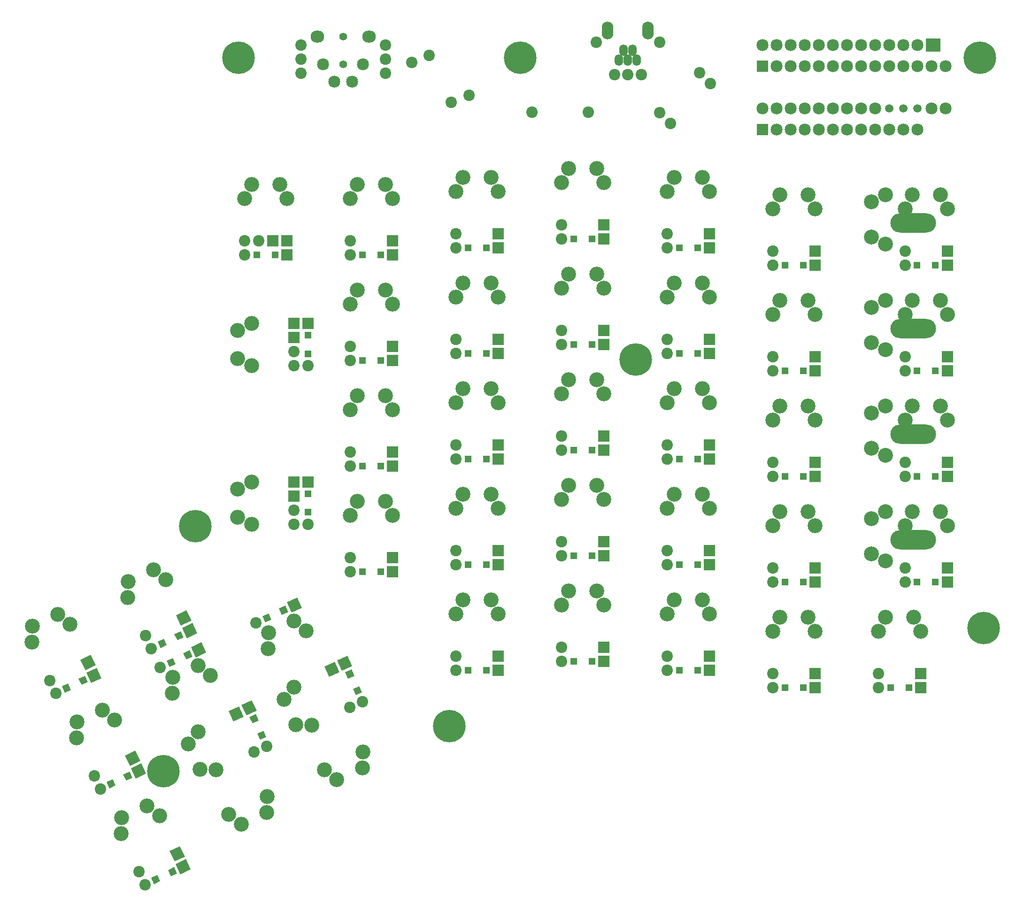
<source format=gbs>
G04 #@! TF.FileFunction,Soldermask,Bot*
%FSLAX46Y46*%
G04 Gerber Fmt 4.6, Leading zero omitted, Abs format (unit mm)*
G04 Created by KiCad (PCBNEW 4.0.1-stable) date 6/15/2016 4:31:56 PM*
%MOMM*%
G01*
G04 APERTURE LIST*
%ADD10C,0.150000*%
%ADD11O,1.549400X2.057400*%
%ADD12O,2.108200X3.200400*%
%ADD13C,2.057400*%
%ADD14C,2.159000*%
%ADD15R,2.159000X2.159000*%
%ADD16C,1.498600*%
%ADD17R,2.057400X2.057400*%
%ADD18C,2.692400*%
%ADD19R,1.422400X2.438400*%
%ADD20O,2.463800X2.159000*%
%ADD21C,1.397000*%
%ADD22R,1.244600X1.244600*%
%ADD23C,2.689860*%
%ADD24C,2.687320*%
%ADD25O,8.242300X3.479800*%
%ADD26C,5.867400*%
G04 APERTURE END LIST*
D10*
D11*
X139242800Y-37553900D03*
X138442700Y-35806380D03*
X137642600Y-37553900D03*
X136842500Y-35806380D03*
X136042400Y-37553900D03*
D12*
X133995160Y-32230060D03*
X141290040Y-32230060D03*
D13*
X140055600Y-40259000D03*
X143357600Y-34417000D03*
X137642600Y-40259000D03*
X131927600Y-34417000D03*
X135229600Y-40259000D03*
D14*
X164450000Y-38710000D03*
X166990000Y-38710000D03*
X169530000Y-38710000D03*
X172070000Y-38710000D03*
X174610000Y-38710000D03*
X177150000Y-38710000D03*
X179690000Y-38710000D03*
X182230000Y-38710000D03*
X184770000Y-38710000D03*
X187310000Y-38710000D03*
X189850000Y-38710000D03*
X192390000Y-38710000D03*
X194930000Y-38710000D03*
D15*
X161910000Y-38710000D03*
D14*
X194930000Y-46330000D03*
X192390000Y-46330000D03*
D16*
X189850000Y-46330000D03*
X187310000Y-46330000D03*
X184770000Y-46330000D03*
D14*
X182230000Y-46330000D03*
X179690000Y-46330000D03*
X177150000Y-46330000D03*
X174610000Y-46330000D03*
X172070000Y-46330000D03*
X169530000Y-46330000D03*
X166990000Y-46330000D03*
X164450000Y-46330000D03*
X161910000Y-46330000D03*
D13*
X53341367Y-147187736D03*
D10*
G36*
X54985576Y-147107661D02*
X54459585Y-145979670D01*
X55587576Y-145453679D01*
X56113567Y-146581670D01*
X54985576Y-147107661D01*
X54985576Y-147107661D01*
G37*
G36*
X59749862Y-145334450D02*
X58880367Y-143469813D01*
X60745004Y-142600318D01*
X61614499Y-144464955D01*
X59749862Y-145334450D01*
X59749862Y-145334450D01*
G37*
G36*
X58001224Y-145701441D02*
X57475233Y-144573450D01*
X58603224Y-144047459D01*
X59129215Y-145175450D01*
X58001224Y-145701441D01*
X58001224Y-145701441D01*
G37*
D13*
X70605747Y-139135936D03*
D10*
G36*
X72249956Y-139055861D02*
X71723965Y-137927870D01*
X72851956Y-137401879D01*
X73377947Y-138529870D01*
X72249956Y-139055861D01*
X72249956Y-139055861D01*
G37*
G36*
X77014242Y-137282650D02*
X76144747Y-135418013D01*
X78009384Y-134548518D01*
X78878879Y-136413155D01*
X77014242Y-137282650D01*
X77014242Y-137282650D01*
G37*
G36*
X75265604Y-137649641D02*
X74739613Y-136521650D01*
X75867604Y-135995659D01*
X76393595Y-137123650D01*
X75265604Y-137649641D01*
X75265604Y-137649641D01*
G37*
D13*
X77470000Y-118755160D03*
D17*
X77470000Y-116215160D03*
D13*
X77470000Y-90180160D03*
D17*
X77470000Y-87640160D03*
D13*
X71120000Y-70180200D03*
D17*
X73660000Y-70180200D03*
D18*
X77434621Y-138754526D03*
X72753017Y-143740174D03*
X79659082Y-140519823D03*
X72830577Y-140901427D03*
X60170241Y-146806326D03*
X55488637Y-151791974D03*
X62394702Y-148571623D03*
X55566197Y-148953227D03*
X85176179Y-167376434D03*
X89857783Y-162390786D03*
X82951718Y-165611137D03*
X89780223Y-165229533D03*
X67909259Y-175425694D03*
X72590863Y-170440046D03*
X65684798Y-173660397D03*
X72513303Y-173278793D03*
D13*
X152499602Y-41810398D03*
X145315398Y-48994602D03*
X150594602Y-39905398D03*
X143410398Y-47089602D03*
X130492500Y-46990000D03*
X120332500Y-46990000D03*
X101817898Y-36730398D03*
X109002102Y-43914602D03*
X98642898Y-38000398D03*
X105827102Y-45184602D03*
X78740000Y-40005000D03*
X78740000Y-37465000D03*
X78740000Y-34925000D03*
X93980000Y-40005000D03*
X93980000Y-37465000D03*
X93980000Y-34925000D03*
D15*
X161925000Y-50165000D03*
D14*
X164465000Y-50165000D03*
X167005000Y-50165000D03*
X169545000Y-50165000D03*
X172085000Y-50165000D03*
X174625000Y-50165000D03*
X177165000Y-50165000D03*
X179705000Y-50165000D03*
X182245000Y-50165000D03*
X184785000Y-50165000D03*
X187325000Y-50165000D03*
X189865000Y-50165000D03*
X189865000Y-34925000D03*
X187325000Y-34925000D03*
X184785000Y-34925000D03*
X182245000Y-34925000D03*
X179705000Y-34925000D03*
X177165000Y-34925000D03*
X174625000Y-34925000D03*
X167005000Y-34925000D03*
X164465000Y-34925000D03*
X161925000Y-34925000D03*
X172085000Y-34925000D03*
X169545000Y-34925000D03*
D19*
X192087500Y-34925000D03*
X193357500Y-34925000D03*
D20*
X90957400Y-33375600D03*
D14*
X82702400Y-38379400D03*
X87909400Y-41478200D03*
D20*
X81661000Y-33375600D03*
D14*
X84709000Y-41478200D03*
X89916000Y-38379400D03*
D21*
X86309200Y-33375600D03*
X86309200Y-38379400D03*
D18*
X74930000Y-60020200D03*
X68580000Y-62560200D03*
X76200000Y-62560200D03*
X69850000Y-60020200D03*
D13*
X68580000Y-70180200D03*
D17*
X76200000Y-70180200D03*
D13*
X68580000Y-72720200D03*
D17*
X76200000Y-72720200D03*
D22*
X70726300Y-72720200D03*
X74053700Y-72720200D03*
D18*
X67310000Y-86370160D03*
X69850000Y-92720160D03*
X69850000Y-85100160D03*
X67310000Y-91450160D03*
D13*
X77470000Y-92720160D03*
D17*
X77470000Y-85100160D03*
D13*
X80010000Y-92720160D03*
D17*
X80010000Y-85100160D03*
D22*
X80010000Y-90573860D03*
X80010000Y-87246460D03*
D18*
X67310000Y-114945160D03*
X69850000Y-121295160D03*
X69850000Y-113675160D03*
X67310000Y-120025160D03*
D13*
X77470000Y-121295160D03*
D17*
X77470000Y-113675160D03*
D13*
X80010000Y-121295160D03*
D17*
X80010000Y-113675160D03*
D22*
X80010000Y-119148860D03*
X80010000Y-115821460D03*
D18*
X189230000Y-138122660D03*
X182880000Y-140662660D03*
X190500000Y-140662660D03*
X184150000Y-138122660D03*
D13*
X182880000Y-148282660D03*
D17*
X190500000Y-148282660D03*
D13*
X182880000Y-150822660D03*
D17*
X190500000Y-150822660D03*
D22*
X185026300Y-150822660D03*
X188353700Y-150822660D03*
D18*
X93980000Y-79067660D03*
X87630000Y-81607660D03*
X95250000Y-81607660D03*
X88900000Y-79067660D03*
D13*
X87630000Y-89227660D03*
D17*
X95250000Y-89227660D03*
D13*
X87630000Y-91767660D03*
D17*
X95250000Y-91767660D03*
D22*
X89776300Y-91767660D03*
X93103700Y-91767660D03*
D18*
X42903321Y-154855586D03*
X38221717Y-159841234D03*
X45127782Y-156620883D03*
X38299277Y-157002487D03*
D13*
X41442068Y-166747299D03*
D10*
G36*
X47850562Y-164894014D02*
X46981067Y-163029377D01*
X48845704Y-162159882D01*
X49715199Y-164024519D01*
X47850562Y-164894014D01*
X47850562Y-164894014D01*
G37*
D13*
X42515518Y-169049321D03*
D10*
G36*
X48924013Y-167196036D02*
X48054518Y-165331399D01*
X49919155Y-164461904D01*
X50788650Y-166326541D01*
X48924013Y-167196036D01*
X48924013Y-167196036D01*
G37*
G36*
X44159727Y-168969246D02*
X43633736Y-167841255D01*
X44761727Y-167315264D01*
X45287718Y-168443255D01*
X44159727Y-168969246D01*
X44159727Y-168969246D01*
G37*
G36*
X47175375Y-167563026D02*
X46649384Y-166435035D01*
X47777375Y-165909044D01*
X48303366Y-167037035D01*
X47175375Y-167563026D01*
X47175375Y-167563026D01*
G37*
D18*
X50955121Y-172122506D03*
X46273517Y-177108154D03*
X53179582Y-173887803D03*
X46351077Y-174269407D03*
D13*
X49493868Y-184014219D03*
D10*
G36*
X55902362Y-182160934D02*
X55032867Y-180296297D01*
X56897504Y-179426802D01*
X57766999Y-181291439D01*
X55902362Y-182160934D01*
X55902362Y-182160934D01*
G37*
D13*
X50567318Y-186316241D03*
D10*
G36*
X56975813Y-184462956D02*
X56106318Y-182598319D01*
X57970955Y-181728824D01*
X58840450Y-183593461D01*
X56975813Y-184462956D01*
X56975813Y-184462956D01*
G37*
G36*
X52211527Y-186236166D02*
X51685536Y-185108175D01*
X52813527Y-184582184D01*
X53339518Y-185710175D01*
X52211527Y-186236166D01*
X52211527Y-186236166D01*
G37*
G36*
X55227175Y-184829946D02*
X54701184Y-183701955D01*
X55829175Y-183175964D01*
X56355166Y-184303955D01*
X55227175Y-184829946D01*
X55227175Y-184829946D01*
G37*
D18*
X34854061Y-137591206D03*
X30172457Y-142576854D03*
X37078522Y-139356503D03*
X30250017Y-139738107D03*
D13*
X33392808Y-149482919D03*
D10*
G36*
X39801302Y-147629634D02*
X38931807Y-145764997D01*
X40796444Y-144895502D01*
X41665939Y-146760139D01*
X39801302Y-147629634D01*
X39801302Y-147629634D01*
G37*
D13*
X34466258Y-151784941D03*
D10*
G36*
X40874753Y-149931656D02*
X40005258Y-148067019D01*
X41869895Y-147197524D01*
X42739390Y-149062161D01*
X40874753Y-149931656D01*
X40874753Y-149931656D01*
G37*
G36*
X36110467Y-151704866D02*
X35584476Y-150576875D01*
X36712467Y-150050884D01*
X37238458Y-151178875D01*
X36110467Y-151704866D01*
X36110467Y-151704866D01*
G37*
G36*
X39126115Y-150298646D02*
X38600124Y-149170655D01*
X39728115Y-148644664D01*
X40254106Y-149772655D01*
X39126115Y-150298646D01*
X39126115Y-150298646D01*
G37*
D18*
X52118441Y-129541946D03*
X47436837Y-134527594D03*
X54342902Y-131307243D03*
X47514397Y-131688847D03*
D13*
X50657188Y-141433659D03*
D10*
G36*
X57065682Y-139580374D02*
X56196187Y-137715737D01*
X58060824Y-136846242D01*
X58930319Y-138710879D01*
X57065682Y-139580374D01*
X57065682Y-139580374D01*
G37*
D13*
X51730638Y-143735681D03*
D10*
G36*
X58139133Y-141882396D02*
X57269638Y-140017759D01*
X59134275Y-139148264D01*
X60003770Y-141012901D01*
X58139133Y-141882396D01*
X58139133Y-141882396D01*
G37*
G36*
X53374847Y-143655606D02*
X52848856Y-142527615D01*
X53976847Y-142001624D01*
X54502838Y-143129615D01*
X53374847Y-143655606D01*
X53374847Y-143655606D01*
G37*
G36*
X56390495Y-142249386D02*
X55864504Y-141121395D01*
X56992495Y-140595404D01*
X57518486Y-141723395D01*
X56390495Y-142249386D01*
X56390495Y-142249386D01*
G37*
D18*
X170180000Y-61925200D03*
X163830000Y-64465200D03*
X171450000Y-64465200D03*
X165100000Y-61925200D03*
D13*
X163830000Y-72085200D03*
D17*
X171450000Y-72085200D03*
D13*
X163830000Y-74625200D03*
D17*
X171450000Y-74625200D03*
D22*
X165976300Y-74625200D03*
X169303700Y-74625200D03*
D18*
X151130000Y-58747660D03*
X144780000Y-61287660D03*
X152400000Y-61287660D03*
X146050000Y-58747660D03*
D13*
X144780000Y-68907660D03*
D17*
X152400000Y-68907660D03*
D13*
X144780000Y-71447660D03*
D17*
X152400000Y-71447660D03*
D22*
X146926300Y-71447660D03*
X150253700Y-71447660D03*
D18*
X132080000Y-57150000D03*
X125730000Y-59690000D03*
X133350000Y-59690000D03*
X127000000Y-57150000D03*
D13*
X125730000Y-67310000D03*
D17*
X133350000Y-67310000D03*
D13*
X125730000Y-69850000D03*
D17*
X133350000Y-69850000D03*
D22*
X127876300Y-69850000D03*
X131203700Y-69850000D03*
D18*
X113030000Y-58747660D03*
X106680000Y-61287660D03*
X114300000Y-61287660D03*
X107950000Y-58747660D03*
D13*
X106680000Y-68907660D03*
D17*
X114300000Y-68907660D03*
D13*
X106680000Y-71447660D03*
D17*
X114300000Y-71447660D03*
D22*
X108826300Y-71447660D03*
X112153700Y-71447660D03*
D18*
X151130000Y-134947660D03*
X144780000Y-137487660D03*
X152400000Y-137487660D03*
X146050000Y-134947660D03*
D13*
X144780000Y-145107660D03*
D17*
X152400000Y-145107660D03*
D13*
X144780000Y-147647660D03*
D17*
X152400000Y-147647660D03*
D22*
X146926300Y-147647660D03*
X150253700Y-147647660D03*
D18*
X170180000Y-80972660D03*
X163830000Y-83512660D03*
X171450000Y-83512660D03*
X165100000Y-80972660D03*
D13*
X163830000Y-91132660D03*
D17*
X171450000Y-91132660D03*
D13*
X163830000Y-93672660D03*
D17*
X171450000Y-93672660D03*
D22*
X165976300Y-93672660D03*
X169303700Y-93672660D03*
D18*
X132080000Y-76200000D03*
X125730000Y-78740000D03*
X133350000Y-78740000D03*
X127000000Y-76200000D03*
D13*
X125730000Y-86360000D03*
D17*
X133350000Y-86360000D03*
D13*
X125730000Y-88900000D03*
D17*
X133350000Y-88900000D03*
D22*
X127876300Y-88900000D03*
X131203700Y-88900000D03*
D18*
X113030000Y-77797660D03*
X106680000Y-80337660D03*
X114300000Y-80337660D03*
X107950000Y-77797660D03*
D13*
X106680000Y-87957660D03*
D17*
X114300000Y-87957660D03*
D13*
X106680000Y-90497660D03*
D17*
X114300000Y-90497660D03*
D22*
X108826300Y-90497660D03*
X112153700Y-90497660D03*
D18*
X170180000Y-100022660D03*
X163830000Y-102562660D03*
X171450000Y-102562660D03*
X165100000Y-100022660D03*
D13*
X163830000Y-110182660D03*
D17*
X171450000Y-110182660D03*
D13*
X163830000Y-112722660D03*
D17*
X171450000Y-112722660D03*
D22*
X165976300Y-112722660D03*
X169303700Y-112722660D03*
D18*
X151130000Y-96847660D03*
X144780000Y-99387660D03*
X152400000Y-99387660D03*
X146050000Y-96847660D03*
D13*
X144780000Y-107007660D03*
D17*
X152400000Y-107007660D03*
D13*
X144780000Y-109547660D03*
D17*
X152400000Y-109547660D03*
D22*
X146926300Y-109547660D03*
X150253700Y-109547660D03*
D18*
X132080000Y-95250000D03*
X125730000Y-97790000D03*
X133350000Y-97790000D03*
X127000000Y-95250000D03*
D13*
X125730000Y-105410000D03*
D17*
X133350000Y-105410000D03*
D13*
X125730000Y-107950000D03*
D17*
X133350000Y-107950000D03*
D22*
X127876300Y-107950000D03*
X131203700Y-107950000D03*
D18*
X113030000Y-96847660D03*
X106680000Y-99387660D03*
X114300000Y-99387660D03*
X107950000Y-96847660D03*
D13*
X106680000Y-107007660D03*
D17*
X114300000Y-107007660D03*
D13*
X106680000Y-109547660D03*
D17*
X114300000Y-109547660D03*
D22*
X108826300Y-109547660D03*
X112153700Y-109547660D03*
D18*
X93980000Y-98117660D03*
X87630000Y-100657660D03*
X95250000Y-100657660D03*
X88900000Y-98117660D03*
D13*
X87630000Y-108277660D03*
D17*
X95250000Y-108277660D03*
D13*
X87630000Y-110817660D03*
D17*
X95250000Y-110817660D03*
D22*
X89776300Y-110817660D03*
X93103700Y-110817660D03*
D18*
X170180000Y-119072660D03*
X163830000Y-121612660D03*
X171450000Y-121612660D03*
X165100000Y-119072660D03*
D13*
X163830000Y-129232660D03*
D17*
X171450000Y-129232660D03*
D13*
X163830000Y-131772660D03*
D17*
X171450000Y-131772660D03*
D22*
X165976300Y-131772660D03*
X169303700Y-131772660D03*
D18*
X151130000Y-115897660D03*
X144780000Y-118437660D03*
X152400000Y-118437660D03*
X146050000Y-115897660D03*
D13*
X144780000Y-126057660D03*
D17*
X152400000Y-126057660D03*
D13*
X144780000Y-128597660D03*
D17*
X152400000Y-128597660D03*
D22*
X146926300Y-128597660D03*
X150253700Y-128597660D03*
D18*
X132080000Y-114300000D03*
X125730000Y-116840000D03*
X133350000Y-116840000D03*
X127000000Y-114300000D03*
D13*
X125730000Y-124460000D03*
D17*
X133350000Y-124460000D03*
D13*
X125730000Y-127000000D03*
D17*
X133350000Y-127000000D03*
D22*
X127876300Y-127000000D03*
X131203700Y-127000000D03*
D18*
X113030000Y-115897660D03*
X106680000Y-118437660D03*
X114300000Y-118437660D03*
X107950000Y-115897660D03*
D13*
X106680000Y-126057660D03*
D17*
X114300000Y-126057660D03*
D13*
X106680000Y-128597660D03*
D17*
X114300000Y-128597660D03*
D22*
X108826300Y-128597660D03*
X112153700Y-128597660D03*
D18*
X93980000Y-117167660D03*
X87630000Y-119707660D03*
X95250000Y-119707660D03*
X88900000Y-117167660D03*
D13*
X87630000Y-127327660D03*
D17*
X95250000Y-127327660D03*
D13*
X87630000Y-129867660D03*
D17*
X95250000Y-129867660D03*
D22*
X89776300Y-129867660D03*
X93103700Y-129867660D03*
D18*
X170180000Y-138122660D03*
X163830000Y-140662660D03*
X171450000Y-140662660D03*
X165100000Y-138122660D03*
D13*
X163830000Y-148282660D03*
D17*
X171450000Y-148282660D03*
D13*
X163830000Y-150822660D03*
D17*
X171450000Y-150822660D03*
D22*
X165976300Y-150822660D03*
X169303700Y-150822660D03*
D18*
X132080000Y-133350000D03*
X125730000Y-135890000D03*
X133350000Y-135890000D03*
X127000000Y-133350000D03*
D13*
X125730000Y-143510000D03*
D17*
X133350000Y-143510000D03*
D13*
X125730000Y-146050000D03*
D17*
X133350000Y-146050000D03*
D22*
X127876300Y-146050000D03*
X131203700Y-146050000D03*
D18*
X113030000Y-134947660D03*
X106680000Y-137487660D03*
X114300000Y-137487660D03*
X107950000Y-134947660D03*
D13*
X106680000Y-145107660D03*
D17*
X114300000Y-145107660D03*
D13*
X106680000Y-147647660D03*
D17*
X114300000Y-147647660D03*
D22*
X108826300Y-147647660D03*
X112153700Y-147647660D03*
D18*
X75625366Y-152910359D03*
X80611014Y-157591963D03*
X77390663Y-150685898D03*
X77772267Y-157514403D03*
D13*
X87517079Y-154371612D03*
D10*
G36*
X85663794Y-147963118D02*
X83799157Y-148832613D01*
X82929662Y-146967976D01*
X84794299Y-146098481D01*
X85663794Y-147963118D01*
X85663794Y-147963118D01*
G37*
D13*
X89819101Y-153298162D03*
D10*
G36*
X87965816Y-146889667D02*
X86101179Y-147759162D01*
X85231684Y-145894525D01*
X87096321Y-145025030D01*
X87965816Y-146889667D01*
X87965816Y-146889667D01*
G37*
G36*
X89739026Y-151653953D02*
X88611035Y-152179944D01*
X88085044Y-151051953D01*
X89213035Y-150525962D01*
X89739026Y-151653953D01*
X89739026Y-151653953D01*
G37*
G36*
X88332806Y-148638305D02*
X87204815Y-149164296D01*
X86678824Y-148036305D01*
X87806815Y-147510314D01*
X88332806Y-148638305D01*
X88332806Y-148638305D01*
G37*
D18*
X58360986Y-160962159D03*
X63346634Y-165643763D03*
X60126283Y-158737698D03*
X60507887Y-165566203D03*
D13*
X70252699Y-162423412D03*
D10*
G36*
X68399414Y-156014918D02*
X66534777Y-156884413D01*
X65665282Y-155019776D01*
X67529919Y-154150281D01*
X68399414Y-156014918D01*
X68399414Y-156014918D01*
G37*
D13*
X72554721Y-161349962D03*
D10*
G36*
X70701436Y-154941467D02*
X68836799Y-155810962D01*
X67967304Y-153946325D01*
X69831941Y-153076830D01*
X70701436Y-154941467D01*
X70701436Y-154941467D01*
G37*
G36*
X72474646Y-159705753D02*
X71346655Y-160231744D01*
X70820664Y-159103753D01*
X71948655Y-158577762D01*
X72474646Y-159705753D01*
X72474646Y-159705753D01*
G37*
G36*
X71068426Y-156690105D02*
X69940435Y-157216096D01*
X69414444Y-156088105D01*
X70542435Y-155562114D01*
X71068426Y-156690105D01*
X71068426Y-156690105D01*
G37*
D18*
X151130000Y-77797660D03*
X144780000Y-80337660D03*
X152400000Y-80337660D03*
X146050000Y-77797660D03*
D13*
X144780000Y-87957660D03*
D17*
X152400000Y-87957660D03*
D13*
X144780000Y-90497660D03*
D17*
X152400000Y-90497660D03*
D22*
X146926300Y-90497660D03*
X150253700Y-90497660D03*
D18*
X93980000Y-60020200D03*
X87630000Y-62560200D03*
X95250000Y-62560200D03*
X88900000Y-60020200D03*
D13*
X87630000Y-70180200D03*
D17*
X95250000Y-70180200D03*
D13*
X87630000Y-72720200D03*
D17*
X95250000Y-72720200D03*
D22*
X89776300Y-72720200D03*
X93103700Y-72720200D03*
D18*
X193992500Y-61925200D03*
X187642500Y-64465200D03*
D23*
X195262500Y-64465200D03*
D18*
X188912500Y-61925200D03*
D13*
X187642500Y-72085200D03*
D17*
X195262500Y-72085200D03*
D13*
X187642500Y-74625200D03*
D17*
X195262500Y-74625200D03*
D22*
X189788800Y-74625200D03*
X193116200Y-74625200D03*
D24*
X181610000Y-63195200D03*
X184150000Y-61925200D03*
X184150000Y-70815200D03*
X181610000Y-69545200D03*
D25*
X189069980Y-67005200D03*
D18*
X193992500Y-80972660D03*
X187642500Y-83512660D03*
D23*
X195262500Y-83512660D03*
D18*
X188912500Y-80972660D03*
D13*
X187642500Y-91132660D03*
D17*
X195262500Y-91132660D03*
D13*
X187642500Y-93672660D03*
D17*
X195262500Y-93672660D03*
D22*
X189788800Y-93672660D03*
X193116200Y-93672660D03*
D24*
X181610000Y-82242660D03*
X184150000Y-80972660D03*
X184150000Y-89862660D03*
X181610000Y-88592660D03*
D25*
X189069980Y-86052660D03*
D18*
X193992500Y-100022660D03*
X187642500Y-102562660D03*
D23*
X195262500Y-102562660D03*
D18*
X188912500Y-100022660D03*
D13*
X187642500Y-110182660D03*
D17*
X195262500Y-110182660D03*
D13*
X187642500Y-112722660D03*
D17*
X195262500Y-112722660D03*
D22*
X189788800Y-112722660D03*
X193116200Y-112722660D03*
D24*
X181610000Y-101292660D03*
X184150000Y-100022660D03*
X184150000Y-108912660D03*
X181610000Y-107642660D03*
D25*
X189069980Y-105102660D03*
D18*
X193992500Y-119072660D03*
X187642500Y-121612660D03*
D23*
X195262500Y-121612660D03*
D18*
X188912500Y-119072660D03*
D13*
X187642500Y-129232660D03*
D17*
X195262500Y-129232660D03*
D13*
X187642500Y-131772660D03*
D17*
X195262500Y-131772660D03*
D22*
X189788800Y-131772660D03*
X193116200Y-131772660D03*
D24*
X181610000Y-120342660D03*
X184150000Y-119072660D03*
X184150000Y-127962660D03*
X181610000Y-126692660D03*
D25*
X189069980Y-124152660D03*
D26*
X53898800Y-165836600D03*
X59664600Y-121666000D03*
X105435400Y-157759400D03*
X201777600Y-140055600D03*
X139039600Y-91592400D03*
X201142600Y-37134800D03*
X118211600Y-37134800D03*
X67411600Y-37134800D03*
M02*

</source>
